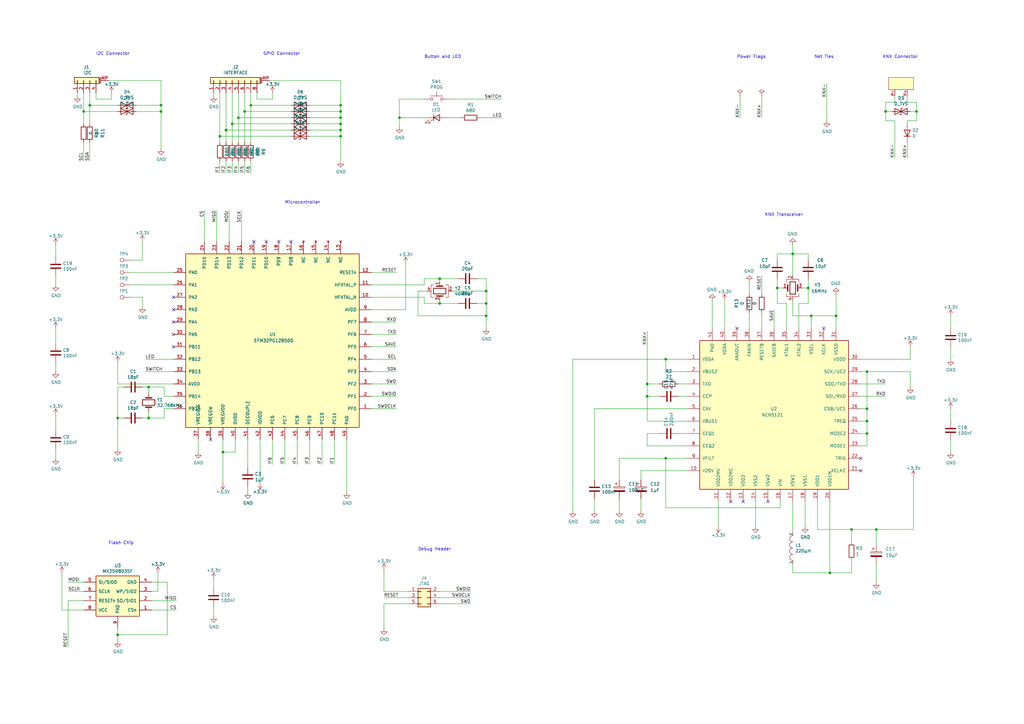
<source format=kicad_sch>
(kicad_sch (version 20211123) (generator eeschema)
  (paper "A3")
  (junction (at 60.96 171.45))
  (junction (at 139.7 53.34))
  (junction (at 139.7 45.72))
  (junction (at 355.6 177.8))
  (junction (at 139.7 43.18))
  (junction (at 359.41 217.17))
  (junction (at 48.26 171.45))
  (junction (at 355.6 152.4))
  (junction (at 355.6 167.64))
  (junction (at 273.05 147.32))
  (junction (at 355.6 172.72))
  (junction (at 318.77 118.11))
  (junction (at 273.05 187.96))
  (junction (at 91.44 185.42))
  (junction (at 92.71 53.34))
  (junction (at 100.33 45.72))
  (junction (at 199.39 124.46))
  (junction (at 349.25 217.17))
  (junction (at 139.7 50.8))
  (junction (at 163.83 48.26))
  (junction (at 342.9 129.54))
  (junction (at 265.43 157.48))
  (junction (at 265.43 162.56))
  (junction (at 97.79 48.26))
  (junction (at 375.92 45.72))
  (junction (at 180.34 124.46))
  (junction (at 199.39 129.54))
  (junction (at 102.87 43.18))
  (junction (at 180.34 114.3))
  (junction (at 139.7 55.88))
  (junction (at 90.17 55.88))
  (junction (at 325.12 104.14))
  (junction (at 66.04 43.18))
  (junction (at 199.39 119.38))
  (junction (at 332.74 129.54))
  (junction (at 331.47 118.11))
  (junction (at 363.22 45.72))
  (junction (at 340.36 234.95))
  (junction (at 66.04 45.72))
  (junction (at 139.7 48.26))
  (junction (at 95.25 50.8))
  (junction (at 48.26 260.35))
  (junction (at 60.96 158.75))
  (junction (at 34.29 45.72))
  (junction (at 36.83 43.18))
  (no_connect (at 109.22 99.06))
  (no_connect (at 119.38 99.06))
  (no_connect (at 71.12 132.08))
  (no_connect (at 299.72 205.74))
  (no_connect (at 71.12 127))
  (no_connect (at 71.12 142.24))
  (no_connect (at 353.06 193.04))
  (no_connect (at 304.8 205.74))
  (no_connect (at 104.14 99.06))
  (no_connect (at 71.12 121.92))
  (no_connect (at 302.26 134.62))
  (no_connect (at 314.96 205.74))
  (no_connect (at 114.3 99.06))
  (no_connect (at 71.12 137.16))
  (no_connect (at 337.82 134.62))
  (no_connect (at 86.36 180.34))
  (no_connect (at 353.06 187.96))
  (wire (pts (xy 139.7 45.72) (xy 139.7 48.26)))
  (wire (pts (xy 67.31 167.64) (xy 67.31 171.45)))
  (wire (pts (xy 342.9 129.54) (xy 342.9 120.65)))
  (wire (pts (xy 349.25 229.87) (xy 349.25 234.95)))
  (wire (pts (xy 127 53.34) (xy 139.7 53.34)))
  (wire (pts (xy 303.53 39.37) (xy 303.53 48.26)))
  (wire (pts (xy 359.41 231.14) (xy 359.41 238.76)))
  (wire (pts (xy 48.26 157.48) (xy 48.26 148.59)))
  (wire (pts (xy 320.04 205.74) (xy 320.04 208.28)))
  (wire (pts (xy 60.96 158.75) (xy 67.31 158.75)))
  (wire (pts (xy 307.34 115.57) (xy 307.34 120.65)))
  (wire (pts (xy 292.1 134.62) (xy 292.1 123.19)))
  (wire (pts (xy 101.6 201.93) (xy 101.6 199.39)))
  (wire (pts (xy 340.36 234.95) (xy 325.12 234.95)))
  (wire (pts (xy 91.44 185.42) (xy 91.44 180.34)))
  (wire (pts (xy 92.71 66.04) (xy 92.71 71.12)))
  (wire (pts (xy 355.6 152.4) (xy 373.38 152.4)))
  (wire (pts (xy 34.29 246.38) (xy 27.94 246.38)))
  (wire (pts (xy 389.89 142.24) (xy 389.89 147.32)))
  (wire (pts (xy 39.37 40.64) (xy 45.72 40.64)))
  (wire (pts (xy 92.71 58.42) (xy 92.71 53.34)))
  (wire (pts (xy 68.58 260.35) (xy 48.26 260.35)))
  (wire (pts (xy 349.25 234.95) (xy 340.36 234.95)))
  (wire (pts (xy 152.4 147.32) (xy 162.56 147.32)))
  (wire (pts (xy 152.4 137.16) (xy 162.56 137.16)))
  (wire (pts (xy 167.64 245.11) (xy 157.48 245.11)))
  (wire (pts (xy 265.43 135.89) (xy 265.43 157.48)))
  (wire (pts (xy 353.06 172.72) (xy 355.6 172.72)))
  (wire (pts (xy 339.09 34.29) (xy 339.09 49.53)))
  (wire (pts (xy 325.12 234.95) (xy 325.12 231.14)))
  (wire (pts (xy 157.48 233.68) (xy 157.48 242.57)))
  (wire (pts (xy 71.12 147.32) (xy 59.69 147.32)))
  (wire (pts (xy 97.79 66.04) (xy 97.79 71.12)))
  (wire (pts (xy 297.18 134.62) (xy 297.18 123.19)))
  (wire (pts (xy 375.92 45.72) (xy 373.38 45.72)))
  (wire (pts (xy 332.74 129.54) (xy 342.9 129.54)))
  (wire (pts (xy 199.39 119.38) (xy 199.39 114.3)))
  (wire (pts (xy 330.2 205.74) (xy 330.2 215.9)))
  (wire (pts (xy 349.25 217.17) (xy 349.25 222.25)))
  (wire (pts (xy 152.4 121.92) (xy 173.99 121.92)))
  (wire (pts (xy 64.77 242.57) (xy 62.23 242.57)))
  (wire (pts (xy 142.24 201.93) (xy 142.24 180.34)))
  (wire (pts (xy 55.88 43.18) (xy 66.04 43.18)))
  (wire (pts (xy 119.38 43.18) (xy 102.87 43.18)))
  (wire (pts (xy 25.4 250.19) (xy 34.29 250.19)))
  (wire (pts (xy 187.96 114.3) (xy 180.34 114.3)))
  (wire (pts (xy 355.6 177.8) (xy 353.06 177.8)))
  (wire (pts (xy 96.52 180.34) (xy 96.52 185.42)))
  (wire (pts (xy 90.17 38.1) (xy 90.17 55.88)))
  (wire (pts (xy 180.34 124.46) (xy 180.34 123.19)))
  (wire (pts (xy 189.23 48.26) (xy 182.88 48.26)))
  (wire (pts (xy 96.52 185.42) (xy 91.44 185.42)))
  (wire (pts (xy 97.79 58.42) (xy 97.79 48.26)))
  (wire (pts (xy 363.22 41.91) (xy 367.03 41.91)))
  (wire (pts (xy 367.03 49.53) (xy 367.03 64.77)))
  (wire (pts (xy 331.47 124.46) (xy 331.47 118.11)))
  (wire (pts (xy 53.34 111.76) (xy 71.12 111.76)))
  (wire (pts (xy 36.83 43.18) (xy 36.83 50.8)))
  (wire (pts (xy 22.86 152.4) (xy 22.86 148.59)))
  (wire (pts (xy 48.26 158.75) (xy 48.26 171.45)))
  (wire (pts (xy 127 55.88) (xy 139.7 55.88)))
  (wire (pts (xy 48.26 260.35) (xy 48.26 257.81)))
  (wire (pts (xy 317.5 134.62) (xy 317.5 127)))
  (wire (pts (xy 355.6 167.64) (xy 355.6 172.72)))
  (wire (pts (xy 372.11 39.37) (xy 372.11 41.91)))
  (wire (pts (xy 331.47 118.11) (xy 331.47 114.3)))
  (wire (pts (xy 312.42 39.37) (xy 312.42 48.26)))
  (wire (pts (xy 373.38 147.32) (xy 373.38 142.24)))
  (wire (pts (xy 278.13 177.8) (xy 281.94 177.8)))
  (wire (pts (xy 318.77 118.11) (xy 321.31 118.11)))
  (wire (pts (xy 48.26 171.45) (xy 48.26 184.15)))
  (wire (pts (xy 119.38 53.34) (xy 92.71 53.34)))
  (wire (pts (xy 318.77 124.46) (xy 318.77 118.11)))
  (wire (pts (xy 101.6 180.34) (xy 101.6 191.77)))
  (wire (pts (xy 196.85 48.26) (xy 205.74 48.26)))
  (wire (pts (xy 331.47 118.11) (xy 328.93 118.11)))
  (wire (pts (xy 331.47 104.14) (xy 325.12 104.14)))
  (wire (pts (xy 163.83 52.07) (xy 163.83 48.26)))
  (wire (pts (xy 327.66 124.46) (xy 331.47 124.46)))
  (wire (pts (xy 58.42 171.45) (xy 60.96 171.45)))
  (wire (pts (xy 163.83 48.26) (xy 163.83 40.64)))
  (wire (pts (xy 375.92 45.72) (xy 375.92 49.53)))
  (wire (pts (xy 243.84 167.64) (xy 243.84 196.85)))
  (wire (pts (xy 152.4 152.4) (xy 162.56 152.4)))
  (wire (pts (xy 171.45 119.38) (xy 171.45 129.54)))
  (wire (pts (xy 389.89 180.34) (xy 389.89 185.42)))
  (wire (pts (xy 152.4 157.48) (xy 162.56 157.48)))
  (wire (pts (xy 62.23 238.76) (xy 68.58 238.76)))
  (wire (pts (xy 27.94 246.38) (xy 27.94 265.43)))
  (wire (pts (xy 375.92 49.53) (xy 372.11 49.53)))
  (wire (pts (xy 353.06 157.48) (xy 363.22 157.48)))
  (wire (pts (xy 262.89 193.04) (xy 281.94 193.04)))
  (wire (pts (xy 262.89 204.47) (xy 262.89 209.55)))
  (wire (pts (xy 152.4 111.76) (xy 162.56 111.76)))
  (wire (pts (xy 48.26 45.72) (xy 34.29 45.72)))
  (wire (pts (xy 312.42 134.62) (xy 312.42 128.27)))
  (wire (pts (xy 265.43 182.88) (xy 281.94 182.88)))
  (wire (pts (xy 325.12 129.54) (xy 332.74 129.54)))
  (wire (pts (xy 116.84 180.34) (xy 116.84 190.5)))
  (wire (pts (xy 199.39 129.54) (xy 199.39 134.62)))
  (wire (pts (xy 36.83 38.1) (xy 36.83 43.18)))
  (wire (pts (xy 327.66 134.62) (xy 327.66 124.46)))
  (wire (pts (xy 119.38 48.26) (xy 97.79 48.26)))
  (wire (pts (xy 363.22 49.53) (xy 363.22 45.72)))
  (wire (pts (xy 22.86 176.53) (xy 22.86 170.18)))
  (wire (pts (xy 111.76 180.34) (xy 111.76 190.5)))
  (wire (pts (xy 55.88 45.72) (xy 66.04 45.72)))
  (wire (pts (xy 273.05 147.32) (xy 281.94 147.32)))
  (wire (pts (xy 53.34 106.68) (xy 58.42 106.68)))
  (wire (pts (xy 322.58 124.46) (xy 318.77 124.46)))
  (wire (pts (xy 325.12 113.03) (xy 325.12 104.14)))
  (wire (pts (xy 278.13 162.56) (xy 281.94 162.56)))
  (wire (pts (xy 353.06 152.4) (xy 355.6 152.4)))
  (wire (pts (xy 243.84 209.55) (xy 243.84 204.47)))
  (wire (pts (xy 157.48 247.65) (xy 157.48 257.81)))
  (wire (pts (xy 281.94 172.72) (xy 265.43 172.72)))
  (wire (pts (xy 22.86 105.41) (xy 22.86 100.33)))
  (wire (pts (xy 22.86 187.96) (xy 22.86 184.15)))
  (wire (pts (xy 71.12 157.48) (xy 48.26 157.48)))
  (wire (pts (xy 81.28 180.34) (xy 81.28 185.42)))
  (wire (pts (xy 234.95 147.32) (xy 273.05 147.32)))
  (wire (pts (xy 60.96 171.45) (xy 67.31 171.45)))
  (wire (pts (xy 325.12 104.14) (xy 318.77 104.14)))
  (wire (pts (xy 373.38 158.75) (xy 373.38 152.4)))
  (wire (pts (xy 265.43 162.56) (xy 270.51 162.56)))
  (wire (pts (xy 58.42 121.92) (xy 58.42 125.73)))
  (wire (pts (xy 374.65 195.58) (xy 374.65 217.17)))
  (wire (pts (xy 100.33 38.1) (xy 100.33 45.72)))
  (wire (pts (xy 389.89 167.64) (xy 389.89 172.72)))
  (wire (pts (xy 99.06 99.06) (xy 99.06 86.36)))
  (wire (pts (xy 121.92 180.34) (xy 121.92 190.5)))
  (wire (pts (xy 102.87 43.18) (xy 102.87 38.1)))
  (wire (pts (xy 234.95 209.55) (xy 234.95 147.32)))
  (wire (pts (xy 318.77 118.11) (xy 318.77 114.3)))
  (wire (pts (xy 175.26 119.38) (xy 171.45 119.38)))
  (wire (pts (xy 127 45.72) (xy 139.7 45.72)))
  (wire (pts (xy 152.4 116.84) (xy 173.99 116.84)))
  (wire (pts (xy 127 48.26) (xy 139.7 48.26)))
  (wire (pts (xy 332.74 134.62) (xy 332.74 129.54)))
  (wire (pts (xy 353.06 167.64) (xy 355.6 167.64)))
  (wire (pts (xy 372.11 41.91) (xy 375.92 41.91)))
  (wire (pts (xy 152.4 142.24) (xy 162.56 142.24)))
  (wire (pts (xy 66.04 33.02) (xy 66.04 43.18)))
  (wire (pts (xy 355.6 152.4) (xy 355.6 167.64)))
  (wire (pts (xy 353.06 162.56) (xy 363.22 162.56)))
  (wire (pts (xy 119.38 50.8) (xy 95.25 50.8)))
  (wire (pts (xy 335.28 217.17) (xy 349.25 217.17)))
  (wire (pts (xy 36.83 58.42) (xy 36.83 66.04)))
  (wire (pts (xy 60.96 168.91) (xy 60.96 171.45)))
  (wire (pts (xy 34.29 38.1) (xy 34.29 45.72)))
  (wire (pts (xy 58.42 99.06) (xy 58.42 106.68)))
  (wire (pts (xy 307.34 128.27) (xy 307.34 134.62)))
  (wire (pts (xy 45.72 40.64) (xy 45.72 38.1)))
  (wire (pts (xy 34.29 242.57) (xy 27.94 242.57)))
  (wire (pts (xy 119.38 55.88) (xy 90.17 55.88)))
  (wire (pts (xy 34.29 58.42) (xy 34.29 66.04)))
  (wire (pts (xy 100.33 66.04) (xy 100.33 71.12)))
  (wire (pts (xy 93.98 99.06) (xy 93.98 86.36)))
  (wire (pts (xy 139.7 43.18) (xy 139.7 45.72)))
  (wire (pts (xy 152.4 127) (xy 166.37 127)))
  (wire (pts (xy 67.31 167.64) (xy 71.12 167.64)))
  (wire (pts (xy 58.42 158.75) (xy 60.96 158.75)))
  (wire (pts (xy 180.34 114.3) (xy 180.34 115.57)))
  (wire (pts (xy 375.92 41.91) (xy 375.92 45.72)))
  (wire (pts (xy 273.05 208.28) (xy 273.05 187.96)))
  (wire (pts (xy 22.86 116.84) (xy 22.86 113.03)))
  (wire (pts (xy 199.39 124.46) (xy 199.39 129.54)))
  (wire (pts (xy 92.71 53.34) (xy 92.71 38.1)))
  (wire (pts (xy 318.77 104.14) (xy 318.77 106.68)))
  (wire (pts (xy 322.58 134.62) (xy 322.58 124.46)))
  (wire (pts (xy 95.25 66.04) (xy 95.25 71.12)))
  (wire (pts (xy 127 50.8) (xy 139.7 50.8)))
  (wire (pts (xy 127 43.18) (xy 139.7 43.18)))
  (wire (pts (xy 273.05 187.96) (xy 254 187.96)))
  (wire (pts (xy 83.82 99.06) (xy 83.82 86.36)))
  (wire (pts (xy 87.63 38.1) (xy 87.63 39.37)))
  (wire (pts (xy 87.63 241.3) (xy 87.63 237.49)))
  (wire (pts (xy 180.34 245.11) (xy 193.04 245.11)))
  (wire (pts (xy 342.9 134.62) (xy 342.9 129.54)))
  (wire (pts (xy 173.99 124.46) (xy 180.34 124.46)))
  (wire (pts (xy 31.75 38.1) (xy 31.75 39.37)))
  (wire (pts (xy 389.89 129.54) (xy 389.89 134.62)))
  (wire (pts (xy 106.68 180.34) (xy 106.68 198.12)))
  (wire (pts (xy 331.47 106.68) (xy 331.47 104.14)))
  (wire (pts (xy 68.58 238.76) (xy 68.58 260.35)))
  (wire (pts (xy 254 209.55) (xy 254 204.47)))
  (wire (pts (xy 139.7 50.8) (xy 139.7 53.34)))
  (wire (pts (xy 152.4 167.64) (xy 162.56 167.64)))
  (wire (pts (xy 320.04 208.28) (xy 273.05 208.28)))
  (wire (pts (xy 39.37 38.1) (xy 39.37 40.64)))
  (wire (pts (xy 372.11 49.53) (xy 372.11 50.8)))
  (wire (pts (xy 199.39 124.46) (xy 199.39 119.38)))
  (wire (pts (xy 110.49 33.02) (xy 139.7 33.02)))
  (wire (pts (xy 102.87 66.04) (xy 102.87 71.12)))
  (wire (pts (xy 71.12 152.4) (xy 59.69 152.4)))
  (wire (pts (xy 173.99 114.3) (xy 180.34 114.3)))
  (wire (pts (xy 367.03 49.53) (xy 363.22 49.53)))
  (wire (pts (xy 102.87 58.42) (xy 102.87 43.18)))
  (wire (pts (xy 359.41 217.17) (xy 359.41 223.52)))
  (wire (pts (xy 44.45 33.02) (xy 66.04 33.02)))
  (wire (pts (xy 25.4 234.95) (xy 25.4 250.19)))
  (wire (pts (xy 62.23 246.38) (xy 72.39 246.38)))
  (wire (pts (xy 254 187.96) (xy 254 196.85)))
  (wire (pts (xy 173.99 40.64) (xy 163.83 40.64)))
  (wire (pts (xy 119.38 45.72) (xy 100.33 45.72)))
  (wire (pts (xy 48.26 171.45) (xy 50.8 171.45)))
  (wire (pts (xy 278.13 157.48) (xy 281.94 157.48)))
  (wire (pts (xy 105.41 40.64) (xy 111.76 40.64)))
  (wire (pts (xy 265.43 177.8) (xy 265.43 182.88)))
  (wire (pts (xy 34.29 238.76) (xy 27.94 238.76)))
  (wire (pts (xy 95.25 38.1) (xy 95.25 50.8)))
  (wire (pts (xy 97.79 48.26) (xy 97.79 38.1)))
  (wire (pts (xy 91.44 185.42) (xy 91.44 198.12)))
  (wire (pts (xy 173.99 121.92) (xy 173.99 124.46)))
  (wire (pts (xy 335.28 205.74) (xy 335.28 217.17)))
  (wire (pts (xy 67.31 162.56) (xy 67.31 158.75)))
  (wire (pts (xy 66.04 43.18) (xy 66.04 45.72)))
  (wire (pts (xy 180.34 242.57) (xy 193.04 242.57)))
  (wire (pts (xy 137.16 180.34) (xy 137.16 190.5)))
  (wire (pts (xy 309.88 205.74) (xy 309.88 215.9)))
  (wire (pts (xy 180.34 124.46) (xy 187.96 124.46)))
  (wire (pts (xy 48.26 262.89) (xy 48.26 260.35)))
  (wire (pts (xy 353.06 147.32) (xy 373.38 147.32)))
  (wire (pts (xy 325.12 100.33) (xy 325.12 104.14)))
  (wire (pts (xy 372.11 58.42) (xy 372.11 64.77)))
  (wire (pts (xy 349.25 217.17) (xy 359.41 217.17)))
  (wire (pts (xy 184.15 40.64) (xy 205.74 40.64)))
  (wire (pts (xy 71.12 162.56) (xy 67.31 162.56)))
  (wire (pts (xy 270.51 157.48) (xy 265.43 157.48)))
  (wire (pts (xy 270.51 177.8) (xy 265.43 177.8)))
  (wire (pts (xy 157.48 242.57) (xy 167.64 242.57)))
  (wire (pts (xy 265.43 157.48) (xy 265.43 162.56)))
  (wire (pts (xy 363.22 45.72) (xy 363.22 41.91)))
  (wire (pts (xy 62.23 250.19) (xy 72.39 250.19)))
  (wire (pts (xy 95.25 50.8) (xy 95.25 58.42)))
  (wire (pts (xy 50.8 158.75) (xy 48.26 158.75)))
  (wire (pts (xy 64.77 242.57) (xy 64.77 234.95)))
  (wire (pts (xy 325.12 123.19) (xy 325.12 129.54)))
  (wire (pts (xy 22.86 134.62) (xy 22.86 140.97)))
  (wire (pts (xy 195.58 124.46) (xy 199.39 124.46)))
  (wire (pts (xy 312.42 120.65) (xy 312.42 113.03)))
  (wire (pts (xy 48.26 43.18) (xy 36.83 43.18)))
  (wire (pts (xy 152.4 162.56) (xy 162.56 162.56)))
  (wire (pts (xy 180.34 247.65) (xy 193.04 247.65)))
  (wire (pts (xy 199.39 114.3) (xy 195.58 114.3)))
  (wire (pts (xy 88.9 99.06) (xy 88.9 86.36)))
  (wire (pts (xy 167.64 247.65) (xy 157.48 247.65)))
  (wire (pts (xy 139.7 33.02) (xy 139.7 43.18)))
  (wire (pts (xy 60.96 161.29) (xy 60.96 158.75)))
  (wire (pts (xy 87.63 252.73) (xy 87.63 248.92)))
  (wire (pts (xy 90.17 55.88) (xy 90.17 58.42)))
  (wire (pts (xy 294.64 205.74) (xy 294.64 215.9)))
  (wire (pts (xy 273.05 152.4) (xy 273.05 147.32)))
  (wire (pts (xy 281.94 187.96) (xy 273.05 187.96)))
  (wire (pts (xy 66.04 45.72) (xy 66.04 60.96)))
  (wire (pts (xy 139.7 53.34) (xy 139.7 55.88)))
  (wire (pts (xy 132.08 180.34) (xy 132.08 190.5)))
  (wire (pts (xy 265.43 172.72) (xy 265.43 162.56)))
  (wire (pts (xy 90.17 66.04) (xy 90.17 71.12)))
  (wire (pts (xy 340.36 205.74) (xy 340.36 234.95)))
  (wire (pts (xy 127 180.34) (xy 127 190.5)))
  (wire (pts (xy 355.6 172.72) (xy 355.6 177.8)))
  (wire (pts (xy 185.42 119.38) (xy 199.39 119.38)))
  (wire (pts (xy 355.6 182.88) (xy 355.6 177.8)))
  (wire (pts (xy 359.41 217.17) (xy 374.65 217.17)))
  (wire (pts (xy 100.33 45.72) (xy 100.33 58.42)))
  (wire (pts (xy 111.76 40.64) (xy 111.76 38.1)))
  (wire (pts (xy 139.7 55.88) (xy 139.7 66.04)))
  (wire (pts (xy 175.26 48.26) (xy 163.83 48.26)))
  (wire (pts (xy 171.45 129.54) (xy 199.39 129.54)))
  (wire (pts (xy 166.37 127) (xy 166.37 107.95)))
  (wire (pts (xy 243.84 167.64) (xy 281.94 167.64)))
  (wire (pts (xy 173.99 116.84) (xy 173.99 114.3)))
  (wire (pts (xy 139.7 48.26) (xy 139.7 50.8)))
  (wire (pts (xy 262.89 196.85) (xy 262.89 193.04)))
  (wire (pts (xy 281.94 152.4) (xy 273.05 152.4)))
  (wire (pts (xy 365.76 45.72) (xy 363.22 45.72)))
  (wire (pts (xy 105.41 38.1) (xy 105.41 40.64)))
  (wire (pts (xy 325.12 218.44) (xy 325.12 205.74)))
  (wire (pts (xy 71.12 116.84) (xy 53.34 116.84)))
  (wire (pts (xy 353.06 182.88) (xy 355.6 182.88)))
  (wire (pts (xy 152.4 132.08) (xy 162.56 132.08)))
  (wire (pts (xy 367.03 39.37) (xy 367.03 41.91)))
  (wire (pts (xy 53.34 121.92) (xy 58.42 121.92)))
  (wire (pts (xy 34.29 45.72) (xy 34.29 50.8)))
  (text "Power Flags" (at 302.26 24.13 0) (effects (font (size 1.27 1.27)) (justify left bottom)))
  (text "KNX Transceiver" (at 313.69 88.9 0) (effects (font (size 1.27 1.27)) (justify left bottom)))
  (text "I2C Connector" (at 39.37 22.86 0) (effects (font (size 1.27 1.27)) (justify left bottom)))
  (text "Debug Header" (at 171.45 226.06 0) (effects (font (size 1.27 1.27)) (justify left bottom)))
  (text "Net Ties" (at 334.01 24.13 0) (effects (font (size 1.27 1.27)) (justify left bottom)))
  (text "GPIO Connector" (at 107.95 22.86 0) (effects (font (size 1.27 1.27)) (justify left bottom)))
  (text "Microcontroller" (at 116.84 83.82 0) (effects (font (size 1.27 1.27)) (justify left bottom)))
  (text "Button and LED" (at 173.99 24.13 0) (effects (font (size 1.27 1.27)) (justify left bottom)))
  (text "KNX Connector" (at 361.95 24.13 0) (effects (font (size 1.27 1.27)) (justify left bottom)))
  (text "Flash Chip" (at 44.45 223.52 0) (effects (font (size 1.27 1.27)) (justify left bottom)))
  (label "IF5" (at 116.84 190.5 90))
  (label "IF3" (at 95.25 71.12 90))
  (label "IF2" (at 132.08 190.5 90))
  (label "KNX+" (at 265.43 135.89 270))
  (label "CS" (at 72.39 250.19 180))
  (label "MISO" (at 88.9 86.36 270))
  (label "RXD" (at 162.56 132.08 180))
  (label "MOSI" (at 93.98 86.36 270))
  (label "KNX+" (at 312.42 48.26 90))
  (label "KNX-" (at 367.03 64.77 90))
  (label "KNX-" (at 303.53 48.26 90))
  (label "SWITCH" (at 59.69 152.4 0))
  (label "TXD" (at 162.56 137.16 180))
  (label "SWO" (at 193.04 247.65 180))
  (label "LED" (at 59.69 147.32 0))
  (label "SWDCLK" (at 162.56 167.64 180))
  (label "TXD" (at 363.22 157.48 180))
  (label "SWDIO" (at 193.04 242.57 180))
  (label "SCLK" (at 99.06 86.36 270))
  (label "MISO" (at 72.39 246.38 180))
  (label "SCL" (at 34.29 66.04 90))
  (label "RESET" (at 157.48 245.11 0))
  (label "SWO" (at 162.56 157.48 180))
  (label "SCL" (at 162.56 147.32 180))
  (label "IF6" (at 102.87 71.12 90))
  (label "IF5" (at 100.33 71.12 90))
  (label "IF6" (at 111.76 190.5 90))
  (label "SAVE" (at 162.56 142.24 180))
  (label "IF2" (at 92.71 71.12 90))
  (label "IF3" (at 127 190.5 90))
  (label "SWITCH" (at 205.74 40.64 180))
  (label "MOSI" (at 27.94 238.76 0))
  (label "RESET" (at 312.42 113.03 270))
  (label "SWDCLK" (at 193.04 245.11 180))
  (label "SAVE" (at 317.5 127 270))
  (label "CS" (at 83.82 86.36 270))
  (label "IF1" (at 90.17 71.12 90))
  (label "LED" (at 205.74 48.26 180))
  (label "SCLK" (at 27.94 242.57 0))
  (label "IF4" (at 97.79 71.12 90))
  (label "SWDIO" (at 162.56 162.56 180))
  (label "RESET" (at 27.94 265.43 90))
  (label "IF1" (at 137.16 190.5 90))
  (label "RESET" (at 162.56 111.76 180))
  (label "KNX-" (at 339.09 34.29 270))
  (label "SDA" (at 36.83 66.04 90))
  (label "KNX+" (at 372.11 64.77 90))
  (label "RXD" (at 363.22 162.56 180))
  (label "IF4" (at 121.92 190.5 90))
  (label "SDA" (at 162.56 152.4 180))
  (symbol (lib_id "onsemi:NCN5121") (at 317.5 170.18 0) (unit 1)
    (property "Reference" "U2" (at 318.77 167.64 0) (effects (justify right)))
    (property "Value" "NCN5121" (at 321.31 170.18 0) (effects (justify right)))
    (property "Footprint" "Package_DFN_QFN:QFN-40-1EP_6x6mm_P0.5mm_EP4.6x4.6mm" (effects hide))
    (property "Datasheet" "http://www.onsemi.com/pub/Collateral/NCN5121-D.PDF" (effects hide))
  )
  (symbol (lib_id "silabs:EFM32PG12B500") (at 111.76 139.7 180) (unit 1)
    (property "Reference" "U1" (at 110.49 137.16 0) (effects (justify right)))
    (property "Value" "EFM32PG12B500" (at 104.14 139.7 0) (effects (justify right)))
    (property "Footprint" "Package_DFN_QFN:Infineon_MLPQ-48-1EP_7x7mm_P0.5mm_Pad5.15x5.15mm" (effects hide))
  )
  (symbol (lib_id "macronix:MX25R8035F") (at 48.26 245.11 180) (unit 1)
    (property "Reference" "U3" (at 48.26 231.9782 0))
    (property "Value" "MX25R8035F" (at 48.26 234.2896 0))
    (property "Footprint" "Package_USON:USON-8_2x3mm_P0.5mm" (effects hide))
  )
  (symbol (lib_id "Switch:SW_Push") (at 179.07 40.64 0) (unit 1)
    (property "Reference" "SW1" (at 179.07 33.401 0))
    (property "Value" "PROG" (at 179.07 35.7124 0))
    (property "Footprint" "Button_Switch_SMD:SW_SPST_B3U-1000P" (effects hide))
  )
  (symbol (lib_id "Connector_Generic_MountingPin:Conn_01x04_MountingPin") (at 34.29 33.02 90) (unit 1)
    (property "Reference" "J1" (at 34.29 27.5082 90) (effects (justify right)))
    (property "Value" "I2C" (at 34.29 29.8196 90) (effects (justify right)))
    (property "Footprint" "Connector_JST:JST_SH_BM04B-SRSS-TB_1x04-1MP_P1.00mm_Vertical" (effects hide))
  )
  (symbol (lib_id "Connector_Generic_MountingPin:Conn_01x08_MountingPin") (at 95.25 33.02 90) (unit 1)
    (property "Reference" "J2" (at 96.6216 27.5082 90))
    (property "Value" "INTERFACE" (at 96.6216 29.8196 90))
    (property "Footprint" "Connector_JST:JST_SH_BM08B-SRSS-TB_1x08-1MP_P1.00mm_Vertical" (effects hide))
  )
  (symbol (lib_id "power:GND") (at 48.26 262.89 0) (unit 1)
    (property "Reference" "#PWR01" (effects hide))
    (property "Value" "GND" (at 48.387 267.2842 0))
  )
  (symbol (lib_id "power:GND") (at 142.24 201.93 0) (unit 1)
    (property "Reference" "#PWR0101" (effects hide))
    (property "Value" "GND" (at 142.367 206.3242 0))
  )
  (symbol (lib_id "power:GND") (at 292.1 123.19 180) (unit 1)
    (property "Reference" "#PWR0102" (effects hide))
    (property "Value" "GND" (at 291.973 118.7958 0))
  )
  (symbol (lib_id "Device:C") (at 191.77 114.3 90) (unit 1)
    (property "Reference" "C4" (at 191.77 107.8992 90))
    (property "Value" "20pF" (at 191.77 110.2106 90))
    (property "Footprint" "Capacitor_SMD:C_0603_1608Metric" (effects hide))
  )
  (symbol (lib_id "Device:C") (at 191.77 124.46 90) (unit 1)
    (property "Reference" "C5" (at 191.77 118.0592 90))
    (property "Value" "20pF" (at 191.77 120.3706 90))
    (property "Footprint" "Capacitor_SMD:C_0603_1608Metric" (effects hide))
  )
  (symbol (lib_id "Device:C") (at 331.47 110.49 180) (unit 1)
    (property "Reference" "C6" (at 337.82 106.68 0) (effects (justify left)))
    (property "Value" "10pF" (at 339.09 109.22 0) (effects (justify left)))
    (property "Footprint" "Capacitor_SMD:C_0603_1608Metric" (effects hide))
  )
  (symbol (lib_id "Device:C") (at 318.77 110.49 180) (unit 1)
    (property "Reference" "C7" (at 314.96 106.68 0) (effects (justify left)))
    (property "Value" "10pF" (at 316.23 109.22 0) (effects (justify left)))
    (property "Footprint" "Capacitor_SMD:C_0603_1608Metric" (effects hide))
  )
  (symbol (lib_id "power:GND") (at 325.12 100.33 180) (unit 1)
    (property "Reference" "#PWR016" (effects hide))
    (property "Value" "GND" (at 324.993 95.9358 0))
  )
  (symbol (lib_id "power:GND") (at 199.39 134.62 0) (unit 1)
    (property "Reference" "#PWR014" (effects hide))
    (property "Value" "GND" (at 199.517 139.0142 0))
  )
  (symbol (lib_id "Device:C") (at 54.61 158.75 90) (unit 1)
    (property "Reference" "C1" (at 54.61 152.3492 90))
    (property "Value" "18pF" (at 54.61 154.6606 90))
    (property "Footprint" "Capacitor_SMD:C_0603_1608Metric" (effects hide))
  )
  (symbol (lib_id "Device:C") (at 54.61 171.45 90) (unit 1)
    (property "Reference" "C2" (at 54.61 165.0492 90))
    (property "Value" "18pF" (at 54.61 167.3606 90))
    (property "Footprint" "Capacitor_SMD:C_0603_1608Metric" (effects hide))
  )
  (symbol (lib_id "power:GND") (at 48.26 184.15 0) (unit 1)
    (property "Reference" "#PWR02" (effects hide))
    (property "Value" "GND" (at 48.387 188.5442 0))
  )
  (symbol (lib_id "Device:C") (at 101.6 195.58 0) (unit 1)
    (property "Reference" "C3" (at 104.521 194.4116 0) (effects (justify left)))
    (property "Value" "1µF" (at 104.521 196.723 0) (effects (justify left)))
    (property "Footprint" "Capacitor_SMD:C_0603_1608Metric" (effects hide))
  )
  (symbol (lib_id "power:GND") (at 101.6 201.93 0) (unit 1)
    (property "Reference" "#PWR011" (effects hide))
    (property "Value" "GND" (at 101.727 206.3242 0))
  )
  (symbol (lib_id "power:GND") (at 81.28 185.42 0) (unit 1)
    (property "Reference" "#PWR08" (effects hide))
    (property "Value" "GND" (at 81.407 189.8142 0))
  )
  (symbol (lib_id "power:GND") (at 31.75 39.37 0) (unit 1)
    (property "Reference" "#PWR04" (effects hide))
    (property "Value" "GND" (at 31.877 43.7642 0))
  )
  (symbol (lib_id "power:GND") (at 87.63 39.37 0) (unit 1)
    (property "Reference" "#PWR07" (effects hide))
    (property "Value" "GND" (at 87.757 43.7642 0))
  )
  (symbol (lib_id "Connector_Generic:Conn_02x03_Odd_Even") (at 172.72 245.11 0) (unit 1)
    (property "Reference" "J4" (at 173.99 237.0582 0))
    (property "Value" "JTAG" (at 173.99 239.3696 0))
    (property "Footprint" "Connector_PinHeader_1.27mm:PinHeader_2x03_P1.27mm_Vertical_SMD" (effects hide))
  )
  (symbol (lib_id "power:GND") (at 157.48 257.81 0) (unit 1)
    (property "Reference" "#PWR015" (effects hide))
    (property "Value" "GND" (at 157.607 262.2042 0))
  )
  (symbol (lib_id "Device:LED") (at 179.07 48.26 0) (unit 1)
    (property "Reference" "D1" (at 178.8414 42.7736 0))
    (property "Value" "LED" (at 178.8414 45.085 0))
    (property "Footprint" "LED_SMD:LED_0603_1608Metric" (effects hide))
  )
  (symbol (lib_id "Device:R") (at 193.04 48.26 270) (unit 1)
    (property "Reference" "R1" (at 193.04 43.0022 90))
    (property "Value" "680" (at 193.04 45.3136 90))
    (property "Footprint" "Resistor_SMD:R_0603_1608Metric" (effects hide))
  )
  (symbol (lib_id "power:GND") (at 163.83 52.07 0) (unit 1)
    (property "Reference" "#PWR023" (effects hide))
    (property "Value" "GND" (at 163.957 56.4642 0))
  )
  (symbol (lib_id "Device:C") (at 22.86 144.78 0) (unit 1)
    (property "Reference" "C8" (at 25.781 143.6116 0) (effects (justify left)))
    (property "Value" "100nF" (at 25.781 145.923 0) (effects (justify left)))
    (property "Footprint" "Capacitor_SMD:C_0603_1608Metric" (effects hide))
  )
  (symbol (lib_id "Device:C") (at 22.86 180.34 0) (unit 1)
    (property "Reference" "C9" (at 25.781 179.1716 0) (effects (justify left)))
    (property "Value" "100nF" (at 25.781 181.483 0) (effects (justify left)))
    (property "Footprint" "Capacitor_SMD:C_0603_1608Metric" (effects hide))
  )
  (symbol (lib_id "power:GND") (at 22.86 152.4 0) (unit 1)
    (property "Reference" "#PWR018" (effects hide))
    (property "Value" "GND" (at 22.987 156.7942 0))
  )
  (symbol (lib_id "power:GND") (at 22.86 187.96 0) (unit 1)
    (property "Reference" "#PWR020" (effects hide))
    (property "Value" "GND" (at 22.987 192.3542 0))
  )
  (symbol (lib_id "Device:Crystal") (at 60.96 165.1 270) (unit 1)
    (property "Reference" "Y1" (at 64.2874 163.9316 90) (effects (justify left)))
    (property "Value" "32.768kHz" (at 64.2874 166.243 90) (effects (justify left)))
    (property "Footprint" "Crystal:Crystal_SMD_2012-2Pin_2.0x1.2mm" (effects hide))
  )
  (symbol (lib_id "power:GND") (at 373.38 158.75 0) (unit 1)
    (property "Reference" "#PWR035" (effects hide))
    (property "Value" "GND" (at 373.507 163.1442 0))
  )
  (symbol (lib_id "Device:C") (at 389.89 138.43 0) (unit 1)
    (property "Reference" "C16" (at 392.811 137.2616 0) (effects (justify left)))
    (property "Value" "100nF" (at 392.811 139.573 0) (effects (justify left)))
    (property "Footprint" "Capacitor_SMD:C_0603_1608Metric" (effects hide))
  )
  (symbol (lib_id "power:GND") (at 389.89 147.32 0) (unit 1)
    (property "Reference" "#PWR034" (effects hide))
    (property "Value" "GND" (at 390.017 151.7142 0))
  )
  (symbol (lib_id "Device:C") (at 87.63 245.11 0) (unit 1)
    (property "Reference" "C10" (at 90.551 243.9416 0) (effects (justify left)))
    (property "Value" "100nF" (at 90.551 246.253 0) (effects (justify left)))
    (property "Footprint" "Capacitor_SMD:C_0603_1608Metric" (effects hide))
  )
  (symbol (lib_id "power:GND") (at 87.63 252.73 0) (unit 1)
    (property "Reference" "#PWR022" (effects hide))
    (property "Value" "GND" (at 87.757 257.1242 0))
  )
  (symbol (lib_id "Device:R") (at 36.83 54.61 180) (unit 1)
    (property "Reference" "R11" (at 42.0878 54.61 90))
    (property "Value" "0" (at 39.7764 54.61 90))
    (property "Footprint" "Resistor_SMD:R_0603_1608Metric" (effects hide))
  )
  (symbol (lib_id "Device:R") (at 34.29 54.61 180) (unit 1)
    (property "Reference" "R10" (at 39.5478 54.61 90))
    (property "Value" "0" (at 37.2364 54.61 90))
    (property "Footprint" "Resistor_SMD:R_0603_1608Metric" (effects hide))
  )
  (symbol (lib_id "power:GND") (at 234.95 209.55 0) (unit 1)
    (property "Reference" "#PWR027" (effects hide))
    (property "Value" "GND" (at 235.077 213.9442 0))
  )
  (symbol (lib_id "power:GND") (at 342.9 120.65 180) (unit 1)
    (property "Reference" "#PWR032" (effects hide))
    (property "Value" "GND" (at 342.773 116.2558 0))
  )
  (symbol (lib_id "Device:Crystal_GND24") (at 325.12 118.11 0) (unit 1)
    (property "Reference" "Y3" (at 334.01 116.84 0) (effects (justify left)))
    (property "Value" "16MHz" (at 332.74 119.38 0) (effects (justify left)))
    (property "Footprint" "Crystal:Crystal_SMD_2016-4Pin_2.0x1.6mm" (effects hide))
  )
  (symbol (lib_id "Device:C") (at 274.32 162.56 90) (unit 1)
    (property "Reference" "C15" (at 273.1516 159.639 0) (effects (justify left)))
    (property "Value" "47nF" (at 275.463 159.639 0) (effects (justify left)))
    (property "Footprint" "Capacitor_SMD:C_0603_1608Metric" (effects hide))
  )
  (symbol (lib_id "Device:R") (at 274.32 157.48 90) (unit 1)
    (property "Reference" "R2" (at 274.32 152.2222 90))
    (property "Value" "27" (at 274.32 154.5336 90))
    (property "Footprint" "Resistor_SMD:R_2512_6332Metric" (effects hide))
  )
  (symbol (lib_id "Device:Crystal_GND24") (at 180.34 119.38 270) (unit 1)
    (property "Reference" "Y2" (at 186.4614 118.2116 90) (effects (justify left)))
    (property "Value" "40MHz" (at 186.4614 120.523 90) (effects (justify left)))
    (property "Footprint" "Crystal:Crystal_SMD_2016-4Pin_2.0x1.6mm" (effects hide))
  )
  (symbol (lib_id "Device:C") (at 243.84 200.66 0) (unit 1)
    (property "Reference" "C13" (at 246.761 199.4916 0) (effects (justify left)))
    (property "Value" "100nF" (at 246.761 201.803 0) (effects (justify left)))
    (property "Footprint" "Capacitor_SMD:C_0603_1608Metric" (effects hide))
  )
  (symbol (lib_id "power:GND") (at 243.84 209.55 0) (unit 1)
    (property "Reference" "#PWR026" (effects hide))
    (property "Value" "GND" (at 243.967 213.9442 0))
  )
  (symbol (lib_id "Connector:TestPoint") (at 53.34 111.76 90) (unit 1)
    (property "Reference" "TP3" (at 50.8 109.22 90))
    (property "Value" "Test_Point" (effects hide))
    (property "Footprint" "TestPoint:TestPoint_Pad_D1.0mm" (effects hide))
  )
  (symbol (lib_id "Connector:TestPoint") (at 53.34 116.84 90) (unit 1)
    (property "Reference" "TP2" (at 50.8 114.3 90))
    (property "Value" "Test_Point" (effects hide))
    (property "Footprint" "TestPoint:TestPoint_Pad_D1.0mm" (effects hide))
  )
  (symbol (lib_id "Device:D") (at 372.11 54.61 90) (unit 1)
    (property "Reference" "D2" (at 374.1166 53.4416 90) (effects (justify right)))
    (property "Value" "D" (at 374.1166 55.753 90) (effects (justify right)))
    (property "Footprint" "Diode_SMD:D_SMB" (effects hide))
  )
  (symbol (lib_id "Connector:TestPoint") (at 53.34 121.92 90) (unit 1)
    (property "Reference" "TP1" (at 50.8 119.38 90))
    (property "Value" "Test_Point" (effects hide))
    (property "Footprint" "TestPoint:TestPoint_Pad_D1.0mm" (effects hide))
  )
  (symbol (lib_id "power:GND") (at 58.42 125.73 0) (unit 1)
    (property "Reference" "#PWR0104" (effects hide))
    (property "Value" "GND" (at 58.547 130.1242 0))
  )
  (symbol (lib_id "Device:C") (at 274.32 177.8 90) (unit 1)
    (property "Reference" "C14" (at 273.1516 174.879 0) (effects (justify left)))
    (property "Value" "220nF" (at 275.463 174.879 0) (effects (justify left)))
    (property "Footprint" "Capacitor_SMD:C_0603_1608Metric" (effects hide))
  )
  (symbol (lib_id "power:GND") (at 254 209.55 0) (unit 1)
    (property "Reference" "#PWR024" (effects hide))
    (property "Value" "GND" (at 254.127 213.9442 0))
  )
  (symbol (lib_id "power:GND") (at 262.89 209.55 0) (unit 1)
    (property "Reference" "#PWR025" (effects hide))
    (property "Value" "GND" (at 263.017 213.9442 0))
  )
  (symbol (lib_id "power:GND") (at 309.88 215.9 0) (unit 1)
    (property "Reference" "#PWR030" (effects hide))
    (property "Value" "GND" (at 310.007 220.2942 0))
  )
  (symbol (lib_id "power:GND") (at 330.2 215.9 0) (unit 1)
    (property "Reference" "#PWR031" (effects hide))
    (property "Value" "GND" (at 330.327 220.2942 0))
  )
  (symbol (lib_id "pspice:INDUCTOR") (at 325.12 224.79 90) (unit 1)
    (property "Reference" "L1" (at 326.1614 223.6216 90) (effects (justify right)))
    (property "Value" "220µH" (at 326.1614 225.933 90) (effects (justify right)))
    (property "Footprint" "Inductors_SMD2:L_Bourns-SRR5028" (effects hide))
  )
  (symbol (lib_id "Device:R") (at 349.25 226.06 0) (unit 1)
    (property "Reference" "R3" (at 351.028 224.8916 0) (effects (justify left)))
    (property "Value" "1" (at 351.028 227.203 0) (effects (justify left)))
    (property "Footprint" "Resistor_SMD:R_0603_1608Metric" (effects hide))
  )
  (symbol (lib_id "Connector:TestPoint") (at 53.34 106.68 90) (unit 1)
    (property "Reference" "TP4" (at 50.8 104.14 90))
    (property "Value" "Test_Point" (effects hide))
    (property "Footprint" "TestPoint:TestPoint_Pad_D1.0mm" (effects hide))
  )
  (symbol (lib_id "power:GND") (at 359.41 238.76 0) (unit 1)
    (property "Reference" "#PWR037" (effects hide))
    (property "Value" "GND" (at 359.537 243.1542 0))
  )
  (symbol (lib_id "Device:C") (at 389.89 176.53 0) (unit 1)
    (property "Reference" "C18" (at 392.811 175.3616 0) (effects (justify left)))
    (property "Value" "100nF" (at 392.811 177.673 0) (effects (justify left)))
    (property "Footprint" "Capacitor_SMD:C_0603_1608Metric" (effects hide))
  )
  (symbol (lib_id "power:GND") (at 389.89 185.42 0) (unit 1)
    (property "Reference" "#PWR041" (effects hide))
    (property "Value" "GND" (at 390.017 189.8142 0))
  )
  (symbol (lib_id "knx:KNX_KLEMME") (at 369.57 36.83 270) (unit 1)
    (property "Reference" "J3" (effects hide))
    (property "Value" "KNX_KLEMME" (effects hide))
    (property "Footprint" "KNX_KLEMME" (effects hide))
  )
  (symbol (lib_id "Device:R") (at 307.34 124.46 0) (unit 1)
    (property "Reference" "R13" (at 302.0822 124.46 90))
    (property "Value" "0" (at 304.3936 124.46 90))
    (property "Footprint" "Resistor_SMD:R_0603_1608Metric" (effects hide))
  )
  (symbol (lib_id "power:GND") (at 307.34 115.57 180) (unit 1)
    (property "Reference" "#PWR03" (effects hide))
    (property "Value" "GND" (at 307.213 111.1758 0))
  )
  (symbol (lib_id "Device:R") (at 102.87 62.23 180) (unit 1)
    (property "Reference" "R9" (at 108.1278 62.23 90))
    (property "Value" "680" (at 105.8164 62.23 90))
    (property "Footprint" "Resistor_SMD:R_0603_1608Metric" (effects hide))
  )
  (symbol (lib_id "Device:R") (at 100.33 62.23 180) (unit 1)
    (property "Reference" "R8" (at 105.5878 62.23 90))
    (property "Value" "680" (at 103.2764 62.23 90))
    (property "Footprint" "Resistor_SMD:R_0603_1608Metric" (effects hide))
  )
  (symbol (lib_id "Device:R") (at 97.79 62.23 180) (unit 1)
    (property "Reference" "R7" (at 103.0478 62.23 90))
    (property "Value" "680" (at 100.7364 62.23 90))
    (property "Footprint" "Resistor_SMD:R_0603_1608Metric" (effects hide))
  )
  (symbol (lib_id "Device:R") (at 95.25 62.23 180) (unit 1)
    (property "Reference" "R6" (at 100.5078 62.23 90))
    (property "Value" "680" (at 98.1964 62.23 90))
    (property "Footprint" "Resistor_SMD:R_0603_1608Metric" (effects hide))
  )
  (symbol (lib_id "Device:R") (at 92.71 62.23 180) (unit 1)
    (property "Reference" "R5" (at 97.9678 62.23 90))
    (property "Value" "680" (at 95.6564 62.23 90))
    (property "Footprint" "Resistor_SMD:R_0603_1608Metric" (effects hide))
  )
  (symbol (lib_id "Device:R") (at 90.17 62.23 180) (unit 1)
    (property "Reference" "R4" (at 95.4278 62.23 90))
    (property "Value" "680" (at 93.1164 62.23 90))
    (property "Footprint" "Resistor_SMD:R_0603_1608Metric" (effects hide))
  )
  (symbol (lib_id "Device:D_TVS") (at 123.19 43.18 0) (unit 1)
    (property "Reference" "D6" (at 123.19 37.6936 0))
    (property "Value" "D_TVS" (at 123.19 40.005 0))
    (property "Footprint" "Diode_SMD:D_0603_1608Metric" (effects hide))
  )
  (symbol (lib_id "Device:D_TVS") (at 123.19 45.72 0) (unit 1)
    (property "Reference" "D7" (at 123.19 40.2336 0))
    (property "Value" "D_TVS" (at 123.19 42.545 0))
    (property "Footprint" "Diode_SMD:D_0603_1608Metric" (effects hide))
  )
  (symbol (lib_id "Device:D_TVS") (at 123.19 48.26 0) (unit 1)
    (property "Reference" "D8" (at 123.19 42.7736 0))
    (property "Value" "D_TVS" (at 123.19 45.085 0))
    (property "Footprint" "Diode_SMD:D_0603_1608Metric" (effects hide))
  )
  (symbol (lib_id "Device:D_TVS") (at 123.19 50.8 0) (unit 1)
    (property "Reference" "D9" (at 123.19 45.3136 0))
    (property "Value" "D_TVS" (at 123.19 47.625 0))
    (property "Footprint" "Diode_SMD:D_0603_1608Metric" (effects hide))
  )
  (symbol (lib_id "Device:D_TVS") (at 123.19 53.34 0) (unit 1)
    (property "Reference" "D10" (at 123.19 47.8536 0))
    (property "Value" "D_TVS" (at 123.19 50.165 0))
    (property "Footprint" "Diode_SMD:D_0603_1608Metric" (effects hide))
  )
  (symbol (lib_id "Device:D_TVS") (at 123.19 55.88 0) (unit 1)
    (property "Reference" "D11" (at 123.19 50.3936 0))
    (property "Value" "D_TVS" (at 123.19 52.705 0))
    (property "Footprint" "Diode_SMD:D_0603_1608Metric" (effects hide))
  )
  (symbol (lib_id "Device:D_TVS") (at 52.07 43.18 0) (unit 1)
    (property "Reference" "D4" (at 52.07 37.6936 0))
    (property "Value" "D_TVS" (at 52.07 40.005 0))
    (property "Footprint" "Diode_SMD:D_0603_1608Metric" (effects hide))
  )
  (symbol (lib_id "Device:D_TVS") (at 52.07 45.72 0) (unit 1)
    (property "Reference" "D5" (at 52.07 40.2336 0))
    (property "Value" "D_TVS" (at 52.07 42.545 0))
    (property "Footprint" "Diode_SMD:D_0603_1608Metric" (effects hide))
  )
  (symbol (lib_id "power:GND") (at 139.7 66.04 0) (unit 1)
    (property "Reference" "#PWR042" (effects hide))
    (property "Value" "GND" (at 139.827 70.4342 0))
  )
  (symbol (lib_id "power:GND") (at 66.04 60.96 0) (unit 1)
    (property "Reference" "#PWR039" (effects hide))
    (property "Value" "GND" (at 66.167 65.3542 0))
  )
  (symbol (lib_id "Device:D_TVS") (at 369.57 45.72 0) (unit 1)
    (property "Reference" "D3" (at 369.57 40.2336 0))
    (property "Value" "D_TVS" (at 369.57 42.545 0))
    (property "Footprint" "Diode_SMD:D_SMB" (effects hide))
  )
  (symbol (lib_id "Device:R") (at 312.42 124.46 0) (unit 1)
    (property "Reference" "R12" (at 307.1622 124.46 90))
    (property "Value" "0" (at 309.4736 124.46 90))
    (property "Footprint" "Resistor_SMD:R_0603_1608Metric" (effects hide))
  )
  (symbol (lib_id "Device:C") (at 22.86 109.22 0) (unit 1)
    (property "Reference" "C19" (at 25.781 108.0516 0) (effects (justify left)))
    (property "Value" "100nF" (at 25.781 110.363 0) (effects (justify left)))
    (property "Footprint" "Capacitor_SMD:C_0603_1608Metric" (effects hide))
  )
  (symbol (lib_id "power:GND") (at 22.86 116.84 0) (unit 1)
    (property "Reference" "#PWR0105" (effects hide))
    (property "Value" "GND" (at 22.987 121.2342 0))
  )
  (symbol (lib_id "power:+3.3V") (at 111.76 38.1 0) (unit 1)
    (property "Reference" "#PWR0121" (effects hide))
    (property "Value" "+3.3V" (at 111.76 34.544 0))
  )
  (symbol (lib_id "power:+3.3V") (at 58.42 99.06 0) (unit 1)
    (property "Reference" "#PWR0124" (effects hide))
    (property "Value" "+3.3V" (at 58.42 95.504 0))
  )
  (symbol (lib_id "power:+3.3V") (at 91.44 198.12 180) (unit 1)
    (property "Reference" "#PWR0112" (effects hide))
    (property "Value" "+3.3V" (at 91.44 201.676 0))
  )
  (symbol (lib_id "Device:C_Polarized") (at 262.89 200.66 0) (unit 1)
    (property "Reference" "C12" (at 266.7 198.5009 0) (effects (justify left)))
    (property "Value" "1µF" (at 266.7 201.0409 0) (effects (justify left)))
    (property "Footprint" "Capacitor_SMD:C_0805_2012Metric" (effects hide))
  )
  (symbol (lib_id "power:+3.3V") (at 106.68 198.12 180) (unit 1)
    (property "Reference" "#PWR0114" (effects hide))
    (property "Value" "+3.3V" (at 106.68 201.676 0))
  )
  (symbol (lib_id "power:PWR_FLAG") (at 303.53 39.37 0) (unit 1)
    (property "Reference" "#FLG0102" (effects hide))
    (property "Value" "PWR_FLAG" (effects hide))
  )
  (symbol (lib_id "power:PWR_FLAG") (at 312.42 39.37 0) (unit 1)
    (property "Reference" "#FLG0101" (effects hide))
    (property "Value" "PWR_FLAG" (effects hide))
  )
  (symbol (lib_id "power:+3.3V") (at 157.48 233.68 0) (unit 1)
    (property "Reference" "#PWR0111" (effects hide))
    (property "Value" "+3.3V" (at 157.48 230.124 0))
  )
  (symbol (lib_id "power:+3.3V") (at 22.86 100.33 0) (unit 1)
    (property "Reference" "#PWR0108" (effects hide))
    (property "Value" "+3.3V" (at 22.86 96.774 0))
  )
  (symbol (lib_id "power:+3.3V") (at 373.38 142.24 0) (unit 1)
    (property "Reference" "#PWR0118" (effects hide))
    (property "Value" "+3.3V" (at 373.38 138.684 0))
  )
  (symbol (lib_id "power:+3.3V") (at 48.26 148.59 0) (unit 1)
    (property "Reference" "#PWR0106" (effects hide))
    (property "Value" "+3.3V" (at 48.26 145.034 0))
  )
  (symbol (lib_id "power:+3.3V") (at 389.89 129.54 0) (unit 1)
    (property "Reference" "#PWR0120" (effects hide))
    (property "Value" "+3.3V" (at 389.89 125.984 0))
  )
  (symbol (lib_id "Device:C_Polarized") (at 254 200.66 0) (unit 1)
    (property "Reference" "C11" (at 257.81 198.5009 0) (effects (justify left)))
    (property "Value" "100µF" (at 257.81 201.0409 0) (effects (justify left)))
    (property "Footprint" "Capacitor_SMD:CP_Elec_6.3x7.7" (effects hide))
  )
  (symbol (lib_id "power:+3.3V") (at 389.89 167.64 0) (unit 1)
    (property "Reference" "#PWR0119" (effects hide))
    (property "Value" "+3.3V" (at 389.89 164.084 0))
  )
  (symbol (lib_id "power:+3.3V") (at 22.86 134.62 0) (unit 1)
    (property "Reference" "#PWR0107" (effects hide))
    (property "Value" "+3.3V" (at 22.86 131.064 0))
  )
  (symbol (lib_id "power:+3.3V") (at 45.72 38.1 0) (unit 1)
    (property "Reference" "#PWR0123" (effects hide))
    (property "Value" "+3.3V" (at 45.72 34.544 0))
  )
  (symbol (lib_id "power:+3.3V") (at 25.4 234.95 0) (unit 1)
    (property "Reference" "#PWR0109" (effects hide))
    (property "Value" "+3.3V" (at 25.4 231.394 0))
  )
  (symbol (lib_id "power:+3.3V") (at 22.86 170.18 0) (unit 1)
    (property "Reference" "#PWR0103" (effects hide))
    (property "Value" "+3.3V" (at 22.86 166.624 0))
  )
  (symbol (lib_id "power:+3.3V") (at 166.37 107.95 0) (unit 1)
    (property "Reference" "#PWR0122" (effects hide))
    (property "Value" "+3.3V" (at 166.37 104.394 0))
  )
  (symbol (lib_id "power:+3.3V") (at 87.63 237.49 0) (unit 1)
    (property "Reference" "#PWR0113" (effects hide))
    (property "Value" "+3.3V" (at 87.63 233.934 0))
  )
  (symbol (lib_id "power:GND") (at 339.09 49.53 0) (unit 1)
    (property "Reference" "#PWR050" (effects hide))
    (property "Value" "GND" (at 339.217 53.9242 0))
  )
  (symbol (lib_id "power:+3.3V") (at 64.77 234.95 0) (unit 1)
    (property "Reference" "#PWR0110" (effects hide))
    (property "Value" "+3.3V" (at 64.77 231.394 0))
  )
  (symbol (lib_id "power:+3.3V") (at 294.64 215.9 180) (unit 1)
    (property "Reference" "#PWR0116" (effects hide))
    (property "Value" "+3.3V" (at 294.64 219.456 0))
  )
  (symbol (lib_id "power:+3.3V") (at 297.18 123.19 0) (unit 1)
    (property "Reference" "#PWR0117" (effects hide))
    (property "Value" "+3.3V" (at 297.18 119.634 0))
  )
  (symbol (lib_id "power:+3.3V") (at 374.65 195.58 0) (unit 1)
    (property "Reference" "#PWR0115" (effects hide))
    (property "Value" "+3.3V" (at 374.65 192.024 0))
  )
  (symbol (lib_id "Device:C_Polarized") (at 359.41 227.33 0) (unit 1)
    (property "Reference" "C17" (at 363.22 225.1709 0) (effects (justify left)))
    (property "Value" "10µF" (at 363.22 227.7109 0) (effects (justify left)))
    (property "Footprint" "Capacitor_SMD:C_0603_1608Metric" (effects hide))
  )
)
</source>
